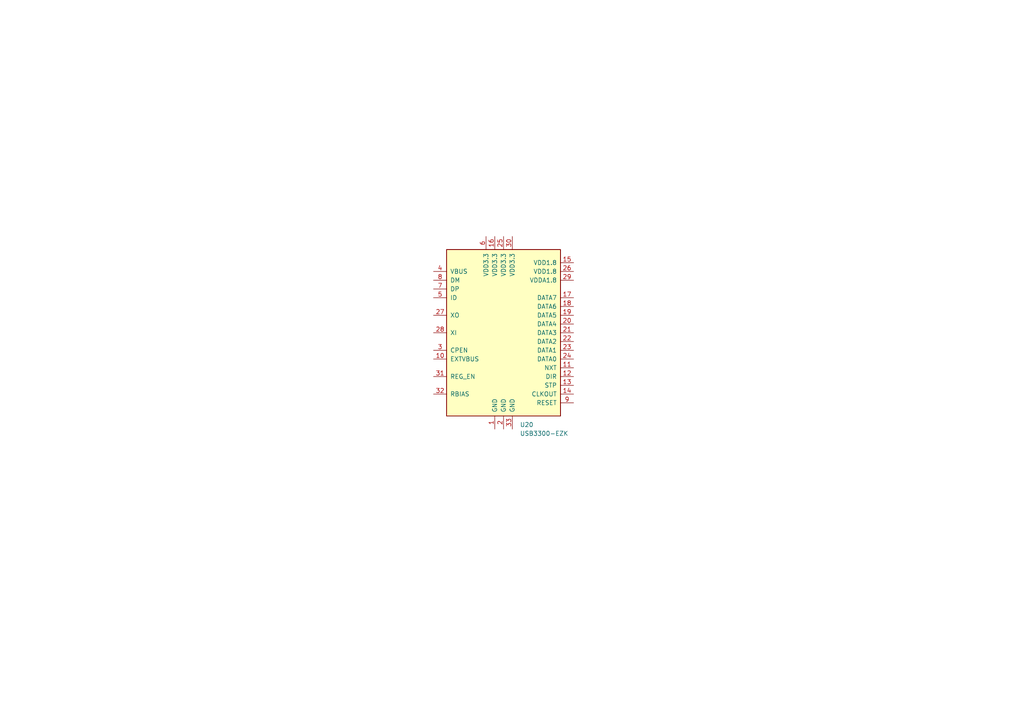
<source format=kicad_sch>
(kicad_sch (version 20231120) (generator "eeschema") (generator_version "8.0")
  (paper "A4")
  (lib_symbols
    (symbol "Interface_USB:USB3300-EZK" (pin_names (offset 1.016))
      (property "Reference" "U" (at 0 1.27 0))
      (property "Value" "USB3300-EZK" (at 0 -1.27 0))
      (symbol "USB3300-EZK_0_1"
        (rectangle (start 16.51 -24.13) (end -16.51 24.13) (stroke (width 0.254)) (fill (type background)))
      )
      (symbol "USB3300-EZK_1_1"
        (pin power_in line (at -2.54 -27.94 90) (length 3.81) (name "GND") (number "1"))
        (pin input line (at -20.32 -7.62 0) (length 3.81) (name "EXTVBUS") (number "10"))
        (pin output line (at 20.32 -10.16 180) (length 3.81) (name "NXT") (number "11"))
        (pin output line (at 20.32 -12.7 180) (length 3.81) (name "DIR") (number "12"))
        (pin input line (at 20.32 -15.24 180) (length 3.81) (name "STP") (number "13"))
        (pin output line (at 20.32 -17.78 180) (length 3.81) (name "CLKOUT") (number "14"))
        (pin power_out line (at 20.32 20.32 180) (length 3.81) (name "VDD1.8") (number "15"))
        (pin power_in line (at -2.54 27.94 270) (length 3.81) (name "VDD3.3") (number "16"))
        (pin bidirectional line (at 20.32 10.16 180) (length 3.81) (name "DATA7") (number "17"))
        (pin bidirectional line (at 20.32 7.62 180) (length 3.81) (name "DATA6") (number "18"))
        (pin bidirectional line (at 20.32 5.08 180) (length 3.81) (name "DATA5") (number "19"))
        (pin power_in line (at 0 -27.94 90) (length 3.81) (name "GND") (number "2"))
        (pin bidirectional line (at 20.32 2.54 180) (length 3.81) (name "DATA4") (number "20"))
        (pin bidirectional line (at 20.32 0 180) (length 3.81) (name "DATA3") (number "21"))
        (pin bidirectional line (at 20.32 -2.54 180) (length 3.81) (name "DATA2") (number "22"))
        (pin bidirectional line (at 20.32 -5.08 180) (length 3.81) (name "DATA1") (number "23"))
        (pin bidirectional line (at 20.32 -7.62 180) (length 3.81) (name "DATA0") (number "24"))
        (pin power_in line (at 0 27.94 270) (length 3.81) (name "VDD3.3") (number "25"))
        (pin power_out line (at 20.32 17.78 180) (length 3.81) (name "VDD1.8") (number "26"))
        (pin output line (at -20.32 5.08 0) (length 3.81) (name "XO") (number "27"))
        (pin input line (at -20.32 0 0) (length 3.81) (name "XI") (number "28"))
        (pin power_out line (at 20.32 15.24 180) (length 3.81) (name "VDDA1.8") (number "29"))
        (pin output line (at -20.32 -5.08 0) (length 3.81) (name "CPEN") (number "3"))
        (pin power_in line (at 2.54 27.94 270) (length 3.81) (name "VDD3.3") (number "30"))
        (pin bidirectional line (at -20.32 -12.7 0) (length 3.81) (name "REG_EN") (number "31"))
        (pin passive line (at -20.32 -17.78 0) (length 3.81) (name "RBIAS") (number "32"))
        (pin power_in line (at 2.54 -27.94 90) (length 3.81) (name "GND") (number "33"))
        (pin power_in line (at -20.32 17.78 0) (length 3.81) (name "VBUS") (number "4"))
        (pin input line (at -20.32 10.16 0) (length 3.81) (name "ID") (number "5"))
        (pin power_in line (at -5.08 27.94 270) (length 3.81) (name "VDD3.3") (number "6"))
        (pin bidirectional line (at -20.32 12.7 0) (length 3.81) (name "DP") (number "7"))
        (pin bidirectional line (at -20.32 15.24 0) (length 3.81) (name "DM") (number "8"))
        (pin input line (at 20.32 -20.32 180) (length 3.81) (name "RESET") (number "9"))
      )
    )
  )
  (symbol (lib_id "Interface_USB:USB3300-EZK") (at 146.05 96.52 0) (unit 1)
    (property "Reference" "U20" (at 150.7841 123.19 0) (effects (justify left)))
    (property "Value" "USB3300-EZK" (at 150.7841 125.73 0) (effects (justify left)))
    (property "Footprint" "Package_DFN_QFN:QFN-32-1EP_5x5mm_P0.5mm_EP3.45x3.45mm" (effects (hide yes)))
    (property "Datasheet" "http://ww1.microchip.com/downloads/en/DeviceDoc/00001783C.pdf" (effects (hide yes)))
    (property "Description" "Hi-Speed USB Host, Device or OTG PHY with ULPI Interface" (effects (hide yes)))
  )
)
</source>
